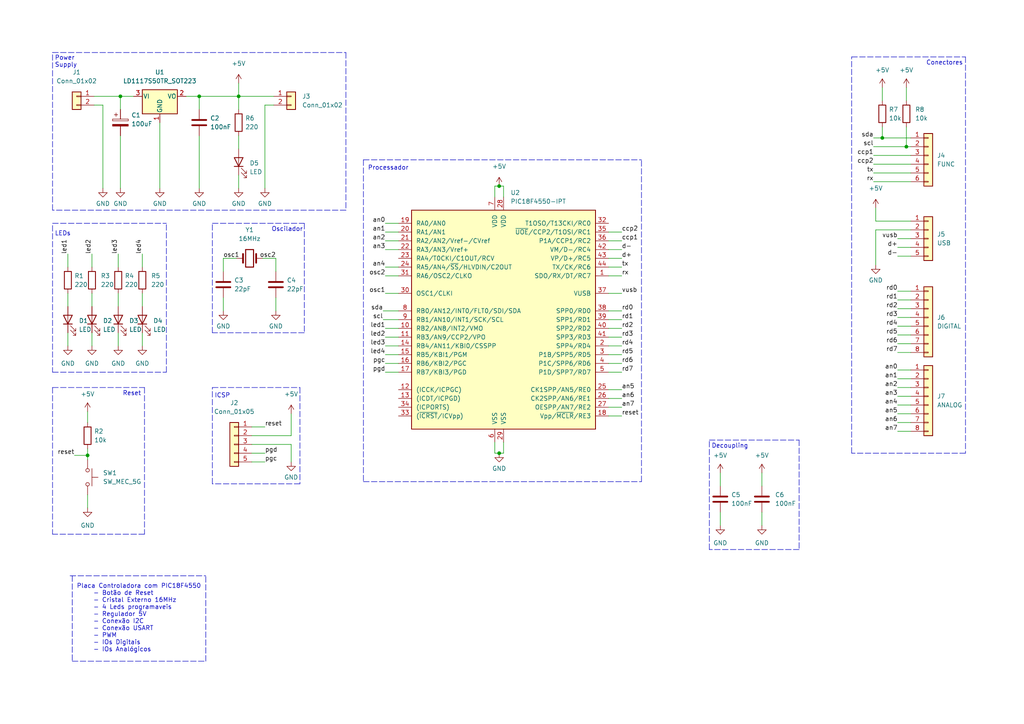
<source format=kicad_sch>
(kicad_sch (version 20211123) (generator eeschema)
  (paper "A4")
  (title_block (title "Placa Controladora Pic") (date "2022-05-06") (rev "0.0.1") (company "Bryden Corp") (comment 1 "Author: Eng. Tarcísio Souza de Melo"))
  (lib_symbols
    (symbol "Connector_Generic:Conn_01x02" (pin_names (offset 1.016) hide)
      (property "Reference" "J" (at 0 2.54 0))
      (property "Value" "Conn_01x02" (at 0 -5.08 0))
      (symbol "Conn_01x02_1_1"
        (rectangle (start -1.27 -2.413) (end 0 -2.667) (stroke (width 0.1524)))
        (rectangle (start -1.27 0.127) (end 0 -0.127) (stroke (width 0.1524)))
        (rectangle (start -1.27 1.27) (end 1.27 -3.81) (stroke (width 0.254)) (fill (type background)))
        (pin passive line (at -5.08 0 0) (length 3.81) (name "Pin_1") (number "1"))
        (pin passive line (at -5.08 -2.54 0) (length 3.81) (name "Pin_2") (number "2"))
      )
    )
    (symbol "Connector_Generic:Conn_01x05" (pin_names (offset 1.016) hide)
      (property "Reference" "J" (at 0 7.62 0))
      (property "Value" "Conn_01x05" (at 0 -7.62 0))
      (symbol "Conn_01x05_1_1"
        (rectangle (start -1.27 -4.953) (end 0 -5.207) (stroke (width 0.1524)))
        (rectangle (start -1.27 -2.413) (end 0 -2.667) (stroke (width 0.1524)))
        (rectangle (start -1.27 0.127) (end 0 -0.127) (stroke (width 0.1524)))
        (rectangle (start -1.27 2.667) (end 0 2.413) (stroke (width 0.1524)))
        (rectangle (start -1.27 5.207) (end 0 4.953) (stroke (width 0.1524)))
        (rectangle (start -1.27 6.35) (end 1.27 -6.35) (stroke (width 0.254)) (fill (type background)))
        (pin passive line (at -5.08 5.08 0) (length 3.81) (name "Pin_1") (number "1"))
        (pin passive line (at -5.08 2.54 0) (length 3.81) (name "Pin_2") (number "2"))
        (pin passive line (at -5.08 0 0) (length 3.81) (name "Pin_3") (number "3"))
        (pin passive line (at -5.08 -2.54 0) (length 3.81) (name "Pin_4") (number "4"))
        (pin passive line (at -5.08 -5.08 0) (length 3.81) (name "Pin_5") (number "5"))
      )
    )
    (symbol "Connector_Generic:Conn_01x06" (pin_names (offset 1.016) hide)
      (property "Reference" "J" (at 0 7.62 0))
      (property "Value" "Conn_01x06" (at 0 -10.16 0))
      (symbol "Conn_01x06_1_1"
        (rectangle (start -1.27 -7.493) (end 0 -7.747) (stroke (width 0.1524)))
        (rectangle (start -1.27 -4.953) (end 0 -5.207) (stroke (width 0.1524)))
        (rectangle (start -1.27 -2.413) (end 0 -2.667) (stroke (width 0.1524)))
        (rectangle (start -1.27 0.127) (end 0 -0.127) (stroke (width 0.1524)))
        (rectangle (start -1.27 2.667) (end 0 2.413) (stroke (width 0.1524)))
        (rectangle (start -1.27 5.207) (end 0 4.953) (stroke (width 0.1524)))
        (rectangle (start -1.27 6.35) (end 1.27 -8.89) (stroke (width 0.254)) (fill (type background)))
        (pin passive line (at -5.08 5.08 0) (length 3.81) (name "Pin_1") (number "1"))
        (pin passive line (at -5.08 2.54 0) (length 3.81) (name "Pin_2") (number "2"))
        (pin passive line (at -5.08 0 0) (length 3.81) (name "Pin_3") (number "3"))
        (pin passive line (at -5.08 -2.54 0) (length 3.81) (name "Pin_4") (number "4"))
        (pin passive line (at -5.08 -5.08 0) (length 3.81) (name "Pin_5") (number "5"))
        (pin passive line (at -5.08 -7.62 0) (length 3.81) (name "Pin_6") (number "6"))
      )
    )
    (symbol "Connector_Generic:Conn_01x08" (pin_names (offset 1.016) hide)
      (property "Reference" "J" (at 0 10.16 0))
      (property "Value" "Conn_01x08" (at 0 -12.7 0))
      (symbol "Conn_01x08_1_1"
        (rectangle (start -1.27 -10.033) (end 0 -10.287) (stroke (width 0.1524)))
        (rectangle (start -1.27 -7.493) (end 0 -7.747) (stroke (width 0.1524)))
        (rectangle (start -1.27 -4.953) (end 0 -5.207) (stroke (width 0.1524)))
        (rectangle (start -1.27 -2.413) (end 0 -2.667) (stroke (width 0.1524)))
        (rectangle (start -1.27 0.127) (end 0 -0.127) (stroke (width 0.1524)))
        (rectangle (start -1.27 2.667) (end 0 2.413) (stroke (width 0.1524)))
        (rectangle (start -1.27 5.207) (end 0 4.953) (stroke (width 0.1524)))
        (rectangle (start -1.27 7.747) (end 0 7.493) (stroke (width 0.1524)))
        (rectangle (start -1.27 8.89) (end 1.27 -11.43) (stroke (width 0.254)) (fill (type background)))
        (pin passive line (at -5.08 7.62 0) (length 3.81) (name "Pin_1") (number "1"))
        (pin passive line (at -5.08 5.08 0) (length 3.81) (name "Pin_2") (number "2"))
        (pin passive line (at -5.08 2.54 0) (length 3.81) (name "Pin_3") (number "3"))
        (pin passive line (at -5.08 0 0) (length 3.81) (name "Pin_4") (number "4"))
        (pin passive line (at -5.08 -2.54 0) (length 3.81) (name "Pin_5") (number "5"))
        (pin passive line (at -5.08 -5.08 0) (length 3.81) (name "Pin_6") (number "6"))
        (pin passive line (at -5.08 -7.62 0) (length 3.81) (name "Pin_7") (number "7"))
        (pin passive line (at -5.08 -10.16 0) (length 3.81) (name "Pin_8") (number "8"))
      )
    )
    (symbol "Device:C" (pin_numbers hide) (pin_names (offset 0.254))
      (property "Reference" "C" (at 0.635 2.54 0))
      (property "Value" "C" (at 0.635 -2.54 0))
      (symbol "C_0_1"
        (polyline (pts (xy -2.032 -0.762) (xy 2.032 -0.762)) (stroke (width 0.508)))
        (polyline (pts (xy -2.032 0.762) (xy 2.032 0.762)) (stroke (width 0.508)))
      )
      (symbol "C_1_1"
        (pin passive line (at 0 3.81 270) (length 2.794) (name "~") (number "1"))
        (pin passive line (at 0 -3.81 90) (length 2.794) (name "~") (number "2"))
      )
    )
    (symbol "Device:C_Polarized" (pin_numbers hide) (pin_names (offset 0.254))
      (property "Reference" "C" (at 0.635 2.54 0))
      (property "Value" "C_Polarized" (at 0.635 -2.54 0))
      (symbol "C_Polarized_0_1"
        (rectangle (start -2.286 0.508) (end 2.286 1.016))
        (polyline (pts (xy -1.778 2.286) (xy -0.762 2.286)))
        (polyline (pts (xy -1.27 2.794) (xy -1.27 1.778)))
        (rectangle (start 2.286 -0.508) (end -2.286 -1.016) (fill (type outline)))
      )
      (symbol "C_Polarized_1_1"
        (pin passive line (at 0 3.81 270) (length 2.794) (name "~") (number "1"))
        (pin passive line (at 0 -3.81 90) (length 2.794) (name "~") (number "2"))
      )
    )
    (symbol "Device:Crystal" (pin_numbers hide) (pin_names (offset 1.016) hide)
      (property "Reference" "Y" (at 0 3.81 0))
      (property "Value" "Crystal" (at 0 -3.81 0))
      (symbol "Crystal_0_1"
        (rectangle (start -1.143 2.54) (end 1.143 -2.54) (stroke (width 0.3048)))
        (polyline (pts (xy -2.54 0) (xy -1.905 0)))
        (polyline (pts (xy -1.905 -1.27) (xy -1.905 1.27)) (stroke (width 0.508)))
        (polyline (pts (xy 1.905 -1.27) (xy 1.905 1.27)) (stroke (width 0.508)))
        (polyline (pts (xy 2.54 0) (xy 1.905 0)))
      )
      (symbol "Crystal_1_1"
        (pin passive line (at -3.81 0 0) (length 1.27) (name "1") (number "1"))
        (pin passive line (at 3.81 0 180) (length 1.27) (name "2") (number "2"))
      )
    )
    (symbol "Device:LED" (pin_numbers hide) (pin_names (offset 1.016) hide)
      (property "Reference" "D" (at 0 2.54 0))
      (property "Value" "LED" (at 0 -2.54 0))
      (symbol "LED_0_1"
        (polyline (pts (xy -1.27 -1.27) (xy -1.27 1.27)) (stroke (width 0.254)))
        (polyline (pts (xy -1.27 0) (xy 1.27 0)))
        (polyline (pts (xy 1.27 -1.27) (xy 1.27 1.27) (xy -1.27 0) (xy 1.27 -1.27)) (stroke (width 0.254)))
        (polyline (pts (xy -3.048 -0.762) (xy -4.572 -2.286) (xy -3.81 -2.286) (xy -4.572 -2.286) (xy -4.572 -1.524)))
        (polyline (pts (xy -1.778 -0.762) (xy -3.302 -2.286) (xy -2.54 -2.286) (xy -3.302 -2.286) (xy -3.302 -1.524)))
      )
      (symbol "LED_1_1"
        (pin passive line (at -3.81 0 0) (length 2.54) (name "K") (number "1"))
        (pin passive line (at 3.81 0 180) (length 2.54) (name "A") (number "2"))
      )
    )
    (symbol "Device:R" (pin_numbers hide) (pin_names (offset 0))
      (property "Reference" "R" (at 2.032 0 90))
      (property "Value" "R" (at 0 0 90))
      (symbol "R_0_1"
        (rectangle (start -1.016 -2.54) (end 1.016 2.54) (stroke (width 0.254)))
      )
      (symbol "R_1_1"
        (pin passive line (at 0 3.81 270) (length 1.27) (name "~") (number "1"))
        (pin passive line (at 0 -3.81 90) (length 1.27) (name "~") (number "2"))
      )
    )
    (symbol "MCU_Microchip_PIC18:PIC18F4550-IPT" (pin_names (offset 1.27))
      (property "Reference" "U" (at -25.4 33.02 0))
      (property "Value" "PIC18F4550-IPT" (at 16.51 -33.02 0))
      (symbol "PIC18F4550-IPT_0_1"
        (rectangle (start -26.67 31.75) (end 26.67 -31.75) (stroke (width 0.254)) (fill (type background)))
      )
      (symbol "PIC18F4550-IPT_1_1"
        (pin bidirectional line (at 30.48 12.7 180) (length 3.81) (name "SDO/RX/DT/RC7") (number "1"))
        (pin bidirectional line (at -30.48 -2.54 0) (length 3.81) (name "RB2/AN8/INT2/VMO") (number "10"))
        (pin bidirectional line (at -30.48 -5.08 0) (length 3.81) (name "RB3/AN9/CCP2/VPO") (number "11"))
        (pin bidirectional line (at -30.48 -20.32 0) (length 3.81) (name "(ICCK/ICPGC)") (number "12"))
        (pin bidirectional line (at -30.48 -22.86 0) (length 3.81) (name "(ICDT/ICPGD)") (number "13"))
        (pin bidirectional line (at -30.48 -7.62 0) (length 3.81) (name "RB4/AN11/KBI0/CSSPP") (number "14"))
        (pin bidirectional line (at -30.48 -10.16 0) (length 3.81) (name "RB5/KBI1/PGM") (number "15"))
        (pin bidirectional line (at -30.48 -12.7 0) (length 3.81) (name "RB6/KBI2/PGC") (number "16"))
        (pin bidirectional line (at -30.48 -15.24 0) (length 3.81) (name "RB7/KBI3/PGD") (number "17"))
        (pin input line (at 30.48 -27.94 180) (length 3.81) (name "Vpp/~{MCLR}/RE3") (number "18"))
        (pin bidirectional line (at -30.48 27.94 0) (length 3.81) (name "RA0/AN0") (number "19"))
        (pin bidirectional line (at 30.48 -7.62 180) (length 3.81) (name "SPP4/RD4") (number "2"))
        (pin bidirectional line (at -30.48 25.4 0) (length 3.81) (name "RA1/AN1") (number "20"))
        (pin bidirectional line (at -30.48 22.86 0) (length 3.81) (name "RA2/AN2/Vref-/CVref") (number "21"))
        (pin bidirectional line (at -30.48 20.32 0) (length 3.81) (name "RA3/AN3/Vref+") (number "22"))
        (pin bidirectional line (at -30.48 17.78 0) (length 3.81) (name "RA4/T0CKI/C1OUT/RCV") (number "23"))
        (pin bidirectional line (at -30.48 15.24 0) (length 3.81) (name "RA5/AN4/~{SS}/HLVDIN/C2OUT") (number "24"))
        (pin bidirectional line (at 30.48 -20.32 180) (length 3.81) (name "CK1SPP/AN5/RE0") (number "25"))
        (pin bidirectional line (at 30.48 -22.86 180) (length 3.81) (name "CK2SPP/AN6/RE1") (number "26"))
        (pin bidirectional line (at 30.48 -25.4 180) (length 3.81) (name "OESPP/AN7/RE2") (number "27"))
        (pin power_in line (at 0 35.56 270) (length 3.81) (name "VDD") (number "28"))
        (pin power_in line (at 0 -35.56 90) (length 3.81) (name "VSS") (number "29"))
        (pin bidirectional line (at 30.48 -10.16 180) (length 3.81) (name "P1B/SPP5/RD5") (number "3"))
        (pin input line (at -30.48 7.62 0) (length 3.81) (name "OSC1/CLKI") (number "30"))
        (pin output line (at -30.48 12.7 0) (length 3.81) (name "RA6/OSC2/CLKO") (number "31"))
        (pin bidirectional line (at 30.48 27.94 180) (length 3.81) (name "T1OSO/T13CKI/RC0") (number "32"))
        (pin input line (at -30.48 -27.94 0) (length 3.81) (name "(~{ICRST}/ICVpp)") (number "33"))
        (pin bidirectional line (at -30.48 -25.4 0) (length 3.81) (name "(ICPORTS)") (number "34"))
        (pin bidirectional line (at 30.48 25.4 180) (length 3.81) (name "~{UOE}/CCP2/T1OSI/RC1") (number "35"))
        (pin bidirectional line (at 30.48 22.86 180) (length 3.81) (name "P1A/CCP1/RC2") (number "36"))
        (pin bidirectional line (at 30.48 7.62 180) (length 3.81) (name "VUSB") (number "37"))
        (pin bidirectional line (at 30.48 2.54 180) (length 3.81) (name "SPP0/RD0") (number "38"))
        (pin bidirectional line (at 30.48 0 180) (length 3.81) (name "SPP1/RD1") (number "39"))
        (pin bidirectional line (at 30.48 -12.7 180) (length 3.81) (name "P1C/SPP6/RD6") (number "4"))
        (pin bidirectional line (at 30.48 -2.54 180) (length 3.81) (name "SPP2/RD2") (number "40"))
        (pin bidirectional line (at 30.48 -5.08 180) (length 3.81) (name "SPP3/RD3") (number "41"))
        (pin bidirectional line (at 30.48 20.32 180) (length 3.81) (name "VM/D-/RC4") (number "42"))
        (pin bidirectional line (at 30.48 17.78 180) (length 3.81) (name "VP/D+/RC5") (number "43"))
        (pin bidirectional line (at 30.48 15.24 180) (length 3.81) (name "TX/CK/RC6") (number "44"))
        (pin bidirectional line (at 30.48 -15.24 180) (length 3.81) (name "P1D/SPP7/RD7") (number "5"))
        (pin power_in line (at -2.54 -35.56 90) (length 3.81) (name "VSS") (number "6"))
        (pin power_in line (at -2.54 35.56 270) (length 3.81) (name "VDD") (number "7"))
        (pin bidirectional line (at -30.48 2.54 0) (length 3.81) (name "RB0/AN12/INT0/FLT0/SDI/SDA") (number "8"))
        (pin bidirectional line (at -30.48 0 0) (length 3.81) (name "RB1/AN10/INT1/SCK/SCL") (number "9"))
      )
    )
    (symbol "Regulator_Linear:LD1117S50TR_SOT223" (pin_names (offset 0.254))
      (property "Reference" "U" (at -3.81 3.175 0))
      (property "Value" "LD1117S50TR_SOT223" (at 0 3.175 0))
      (symbol "LD1117S50TR_SOT223_0_1"
        (rectangle (start -5.08 -5.08) (end 5.08 1.905) (stroke (width 0.254)) (fill (type background)))
      )
      (symbol "LD1117S50TR_SOT223_1_1"
        (pin power_in line (at 0 -7.62 90) (length 2.54) (name "GND") (number "1"))
        (pin power_out line (at 7.62 0 180) (length 2.54) (name "VO") (number "2"))
        (pin power_in line (at -7.62 0 0) (length 2.54) (name "VI") (number "3"))
      )
    )
    (symbol "Switch:SW_MEC_5G" (pin_numbers hide) (pin_names (offset 1.016) hide)
      (property "Reference" "SW" (at 1.27 2.54 0))
      (property "Value" "SW_MEC_5G" (at 0 -1.524 0))
      (symbol "SW_MEC_5G_0_1"
        (circle (center -2.032 0) (radius 0.508))
        (polyline (pts (xy 0 1.27) (xy 0 3.048)))
        (polyline (pts (xy 2.54 1.27) (xy -2.54 1.27)))
        (circle (center 2.032 0) (radius 0.508))
        (pin passive line (at -5.08 0 0) (length 2.54) (name "A") (number "1"))
        (pin passive line (at 5.08 0 180) (length 2.54) (name "B") (number "3"))
      )
      (symbol "SW_MEC_5G_1_1"
        (pin passive line (at -5.08 0 0) (length 2.54) hide (name "A") (number "2"))
        (pin passive line (at 5.08 0 180) (length 2.54) hide (name "B") (number "4"))
      )
    )
    (symbol "power:+5V" (power) (pin_names (offset 0))
      (property "Value" "+5V" (at 0 3.556 0))
      (symbol "+5V_0_1"
        (polyline (pts (xy -0.762 1.27) (xy 0 2.54)))
        (polyline (pts (xy 0 0) (xy 0 2.54)))
        (polyline (pts (xy 0 2.54) (xy 0.762 1.27)))
      )
      (symbol "+5V_1_1"
        (pin power_in line (at 0 0 90) (length 0) hide (name "+5V") (number "1"))
      )
    )
    (symbol "power:GND" (power) (pin_names (offset 0))
      (property "Value" "GND" (at 0 -3.81 0))
      (symbol "GND_0_1"
        (polyline (pts (xy 0 0) (xy 0 -1.27) (xy 1.27 -1.27) (xy 0 -2.54) (xy -1.27 -1.27) (xy 0 -1.27)))
      )
      (symbol "GND_1_1"
        (pin power_in line (at 0 0 270) (length 0) hide (name "GND") (number "1"))
      )
    )
  )
  (junction (at 262.89 42.545))
  (junction (at 144.78 131.445))
  (junction (at 144.78 53.975))
  (junction (at 69.215 27.94))
  (junction (at 34.925 27.94))
  (junction (at 255.905 40.005))
  (junction (at 57.785 27.94))
  (junction (at 25.4 132.08))
  (wire (pts (xy 73.025 133.985) (xy 76.835 133.985)))
  (polyline (pts (xy 41.91 154.94) (xy 15.24 154.94)))
  (wire (pts (xy 176.53 97.79) (xy 180.34 97.79)))
  (wire (pts (xy 25.4 132.08) (xy 25.4 133.35)))
  (wire (pts (xy 253.365 42.545) (xy 262.89 42.545)))
  (wire (pts (xy 144.78 53.975) (xy 146.05 53.975)))
  (wire (pts (xy 26.67 73.66) (xy 26.67 77.47)))
  (wire (pts (xy 262.89 25.4) (xy 262.89 29.21)))
  (wire (pts (xy 254 64.135) (xy 264.16 64.135)))
  (wire (pts (xy 57.785 39.37) (xy 57.785 54.61)))
  (wire (pts (xy 260.35 71.755) (xy 264.16 71.755)))
  (wire (pts (xy 73.025 131.445) (xy 76.835 131.445)))
  (wire (pts (xy 176.53 90.17) (xy 180.34 90.17)))
  (polyline (pts (xy 15.24 112.395) (xy 41.91 112.395)))
  (wire (pts (xy 176.53 102.87) (xy 180.34 102.87)))
  (wire (pts (xy 69.215 27.94) (xy 57.785 27.94)))
  (wire (pts (xy 25.4 119.38) (xy 25.4 122.555)))
  (wire (pts (xy 34.29 85.09) (xy 34.29 88.9)))
  (polyline (pts (xy 15.24 15.24) (xy 100.33 15.24)))
  (polyline (pts (xy 231.775 159.385) (xy 205.74 159.385)))
  (wire (pts (xy 111.76 95.25) (xy 115.57 95.25)))
  (wire (pts (xy 208.915 148.59) (xy 208.915 152.4)))
  (wire (pts (xy 34.29 96.52) (xy 34.29 100.33)))
  (polyline (pts (xy 41.91 112.395) (xy 41.91 154.94)))
  (wire (pts (xy 144.78 53.975) (xy 143.51 53.975)))
  (wire (pts (xy 208.915 137.16) (xy 208.915 140.97)))
  (polyline (pts (xy 105.41 46.355) (xy 186.055 46.355)))
  (wire (pts (xy 46.355 35.56) (xy 46.355 54.61)))
  (wire (pts (xy 111.76 64.77) (xy 115.57 64.77)))
  (wire (pts (xy 21.59 132.08) (xy 25.4 132.08)))
  (wire (pts (xy 111.125 90.17) (xy 115.57 90.17)))
  (wire (pts (xy 111.76 97.79) (xy 115.57 97.79)))
  (wire (pts (xy 29.845 30.48) (xy 27.305 30.48)))
  (wire (pts (xy 111.76 77.47) (xy 115.57 77.47)))
  (wire (pts (xy 25.4 130.175) (xy 25.4 132.08)))
  (wire (pts (xy 19.685 85.09) (xy 19.685 88.9)))
  (wire (pts (xy 146.05 53.975) (xy 146.05 57.15)))
  (wire (pts (xy 73.025 123.825) (xy 76.835 123.825)))
  (wire (pts (xy 176.53 92.71) (xy 180.34 92.71)))
  (wire (pts (xy 255.905 25.4) (xy 255.905 29.21)))
  (wire (pts (xy 262.89 36.83) (xy 262.89 42.545)))
  (wire (pts (xy 260.35 122.555) (xy 264.16 122.555)))
  (wire (pts (xy 260.35 107.315) (xy 264.16 107.315)))
  (wire (pts (xy 255.905 40.005) (xy 264.16 40.005)))
  (wire (pts (xy 41.275 96.52) (xy 41.275 100.33)))
  (wire (pts (xy 19.685 73.66) (xy 19.685 77.47)))
  (polyline (pts (xy 15.24 107.95) (xy 48.26 107.95)))
  (polyline (pts (xy 86.995 140.335) (xy 61.595 140.335)))
  (wire (pts (xy 111.76 72.39) (xy 115.57 72.39)))
  (wire (pts (xy 53.975 27.94) (xy 57.785 27.94)))
  (polyline (pts (xy 61.595 140.335) (xy 61.595 112.395)))
  (wire (pts (xy 254 76.835) (xy 254 66.675)))
  (wire (pts (xy 262.89 42.545) (xy 264.16 42.545)))
  (wire (pts (xy 27.305 27.94) (xy 34.925 27.94)))
  (wire (pts (xy 176.53 105.41) (xy 180.34 105.41)))
  (wire (pts (xy 176.53 77.47) (xy 180.34 77.47)))
  (polyline (pts (xy 61.595 112.395) (xy 86.995 112.395)))
  (wire (pts (xy 253.365 47.625) (xy 264.16 47.625)))
  (polyline (pts (xy 105.41 139.7) (xy 186.055 139.7)))
  (wire (pts (xy 260.35 84.455) (xy 264.16 84.455)))
  (wire (pts (xy 76.2 74.93) (xy 80.01 74.93)))
  (wire (pts (xy 64.77 86.36) (xy 64.77 90.17)))
  (wire (pts (xy 260.35 114.935) (xy 264.16 114.935)))
  (wire (pts (xy 84.455 120.015) (xy 84.455 126.365)))
  (wire (pts (xy 84.455 128.905) (xy 73.025 128.905)))
  (wire (pts (xy 260.35 125.095) (xy 264.16 125.095)))
  (polyline (pts (xy 100.33 60.96) (xy 15.24 60.96)))
  (wire (pts (xy 253.365 45.085) (xy 264.16 45.085)))
  (polyline (pts (xy 247.015 131.445) (xy 247.015 16.51)))
  (wire (pts (xy 111.76 105.41) (xy 115.57 105.41)))
  (wire (pts (xy 254 66.675) (xy 264.16 66.675)))
  (wire (pts (xy 260.35 117.475) (xy 264.16 117.475)))
  (polyline (pts (xy 100.33 15.24) (xy 100.33 60.96)))
  (wire (pts (xy 260.35 97.155) (xy 264.16 97.155)))
  (polyline (pts (xy 15.24 65.405) (xy 15.24 107.95)))
  (wire (pts (xy 34.925 27.94) (xy 34.925 31.75)))
  (wire (pts (xy 76.835 54.61) (xy 76.835 30.48)))
  (wire (pts (xy 111.76 102.87) (xy 115.57 102.87)))
  (wire (pts (xy 26.67 85.09) (xy 26.67 88.9)))
  (wire (pts (xy 260.35 102.235) (xy 264.16 102.235)))
  (wire (pts (xy 111.125 92.71) (xy 115.57 92.71)))
  (polyline (pts (xy 61.595 96.52) (xy 61.595 64.77)))
  (wire (pts (xy 64.77 78.74) (xy 64.77 74.93)))
  (wire (pts (xy 260.35 69.215) (xy 264.16 69.215)))
  (wire (pts (xy 80.01 86.36) (xy 80.01 90.17)))
  (wire (pts (xy 25.4 143.51) (xy 25.4 147.32)))
  (wire (pts (xy 19.685 96.52) (xy 19.685 100.33)))
  (wire (pts (xy 69.215 39.37) (xy 69.215 43.18)))
  (wire (pts (xy 76.835 30.48) (xy 79.375 30.48)))
  (wire (pts (xy 254 60.325) (xy 254 64.135)))
  (wire (pts (xy 111.76 100.33) (xy 115.57 100.33)))
  (wire (pts (xy 80.01 74.93) (xy 80.01 78.74)))
  (wire (pts (xy 57.785 27.94) (xy 57.785 31.75)))
  (wire (pts (xy 176.53 74.93) (xy 180.34 74.93)))
  (wire (pts (xy 41.275 85.09) (xy 41.275 88.9)))
  (wire (pts (xy 176.53 120.65) (xy 180.34 120.65)))
  (wire (pts (xy 260.35 86.995) (xy 264.16 86.995)))
  (polyline (pts (xy 61.595 64.77) (xy 88.265 64.77)))
  (wire (pts (xy 111.76 80.01) (xy 115.57 80.01)))
  (wire (pts (xy 146.05 131.445) (xy 146.05 128.27)))
  (wire (pts (xy 111.76 69.85) (xy 115.57 69.85)))
  (wire (pts (xy 69.215 50.8) (xy 69.215 54.61)))
  (wire (pts (xy 176.53 72.39) (xy 180.34 72.39)))
  (wire (pts (xy 84.455 126.365) (xy 73.025 126.365)))
  (wire (pts (xy 143.51 131.445) (xy 143.51 128.27)))
  (wire (pts (xy 41.275 73.66) (xy 41.275 77.47)))
  (wire (pts (xy 34.29 73.66) (xy 34.29 77.47)))
  (polyline (pts (xy 20.32 167.005) (xy 59.69 167.005)))
  (wire (pts (xy 26.67 96.52) (xy 26.67 100.33)))
  (polyline (pts (xy 48.26 107.95) (xy 48.26 64.77)))
  (wire (pts (xy 253.365 52.705) (xy 264.16 52.705)))
  (wire (pts (xy 220.98 137.16) (xy 220.98 140.97)))
  (polyline (pts (xy 59.69 191.77) (xy 59.69 167.005)))
  (wire (pts (xy 260.35 92.075) (xy 264.16 92.075)))
  (wire (pts (xy 29.845 54.61) (xy 29.845 30.48)))
  (wire (pts (xy 176.53 107.95) (xy 180.34 107.95)))
  (wire (pts (xy 176.53 80.01) (xy 180.34 80.01)))
  (wire (pts (xy 144.78 131.445) (xy 146.05 131.445)))
  (wire (pts (xy 84.455 133.985) (xy 84.455 128.905)))
  (polyline (pts (xy 15.24 112.395) (xy 15.24 154.94)))
  (polyline (pts (xy 280.035 16.51) (xy 280.035 131.445)))
  (wire (pts (xy 260.35 120.015) (xy 264.16 120.015)))
  (wire (pts (xy 176.53 67.31) (xy 180.34 67.31)))
  (wire (pts (xy 176.53 69.85) (xy 180.34 69.85)))
  (polyline (pts (xy 231.775 127.635) (xy 231.775 159.385)))
  (polyline (pts (xy 186.055 139.7) (xy 186.055 46.355)))
  (wire (pts (xy 253.365 50.165) (xy 264.16 50.165)))
  (wire (pts (xy 111.76 107.95) (xy 115.57 107.95)))
  (wire (pts (xy 176.53 115.57) (xy 180.34 115.57)))
  (wire (pts (xy 260.35 99.695) (xy 264.16 99.695)))
  (wire (pts (xy 260.35 89.535) (xy 264.16 89.535)))
  (polyline (pts (xy 88.265 64.77) (xy 88.265 96.52)))
  (wire (pts (xy 260.35 109.855) (xy 264.16 109.855)))
  (wire (pts (xy 143.51 53.975) (xy 143.51 57.15)))
  (wire (pts (xy 69.215 31.75) (xy 69.215 27.94)))
  (wire (pts (xy 176.53 85.09) (xy 180.34 85.09)))
  (wire (pts (xy 260.35 112.395) (xy 264.16 112.395)))
  (wire (pts (xy 34.925 39.37) (xy 34.925 54.61)))
  (polyline (pts (xy 86.995 112.395) (xy 86.995 140.335)))
  (wire (pts (xy 176.53 100.33) (xy 180.34 100.33)))
  (wire (pts (xy 144.78 131.445) (xy 143.51 131.445)))
  (wire (pts (xy 176.53 113.03) (xy 180.34 113.03)))
  (polyline (pts (xy 88.265 96.52) (xy 61.595 96.52)))
  (polyline (pts (xy 15.24 64.77) (xy 48.26 64.77)))
  (wire (pts (xy 69.215 24.13) (xy 69.215 27.94)))
  (wire (pts (xy 220.98 148.59) (xy 220.98 152.4)))
  (polyline (pts (xy 205.74 127.635) (xy 231.775 127.635)))
  (polyline (pts (xy 20.955 167.005) (xy 20.955 191.77)))
  (wire (pts (xy 111.76 67.31) (xy 115.57 67.31)))
  (wire (pts (xy 253.365 40.005) (xy 255.905 40.005)))
  (wire (pts (xy 111.76 85.09) (xy 115.57 85.09)))
  (wire (pts (xy 176.53 95.25) (xy 180.34 95.25)))
  (wire (pts (xy 69.215 27.94) (xy 79.375 27.94)))
  (wire (pts (xy 176.53 118.11) (xy 180.34 118.11)))
  (polyline (pts (xy 15.24 60.96) (xy 15.24 15.24)))
  (wire (pts (xy 260.35 74.295) (xy 264.16 74.295)))
  (polyline (pts (xy 205.74 159.385) (xy 205.74 127.635)))
  (polyline (pts (xy 280.035 131.445) (xy 247.015 131.445)))
  (wire (pts (xy 38.735 27.94) (xy 34.925 27.94)))
  (wire (pts (xy 255.905 36.83) (xy 255.905 40.005)))
  (wire (pts (xy 260.35 94.615) (xy 264.16 94.615)))
  (polyline (pts (xy 247.015 16.51) (xy 280.035 16.51)))
  (polyline (pts (xy 105.41 46.355) (xy 105.41 139.7)))
  (polyline (pts (xy 20.955 191.77) (xy 59.69 191.77)))
  (wire (pts (xy 64.77 74.93) (xy 68.58 74.93)))
  (text "ICSP" (at 62.23 115.57 0) (effects (font (size 1.27 1.27)) (justify left bottom)))
  (text "Oscilador" (at 78.74 67.31 0) (effects (font (size 1.27 1.27)) (justify left bottom)))
  (text "Processador" (at 106.68 49.53 0) (effects (font (size 1.27 1.27)) (justify left bottom)))
  (text "Power\nSupply" (at 15.875 19.685 0) (effects (font (size 1.27 1.27)) (justify left bottom)))
  (text "Conectores" (at 268.605 19.05 0) (effects (font (size 1.27 1.27)) (justify left bottom)))
  (text "Decoupling" (at 206.375 130.175 0) (effects (font (size 1.27 1.27)) (justify left bottom)))
  (text "LEDs" (at 15.875 68.58 0) (effects (font (size 1.27 1.27)) (justify left bottom)))
  (text "Placa Controladora com PIC18F4550\n	- Botão de Reset\n	- Cristal Externo 16MHz\n	- 4 Leds programaveis\n	- Regulador 5V\n	- Conexão I2C\n	- Conexão USART\n	- PWM\n	- IOs Digitais \n	- IOs Analógicos" (at 22.225 189.23 0) (effects (font (size 1.27 1.27)) (justify left bottom)))
  (text "Reset" (at 35.56 114.935 0) (effects (font (size 1.27 1.27)) (justify left bottom)))
  (label "d-" (at 260.35 74.295 180))
  (label "rd1" (at 260.35 86.995 180))
  (label "an2" (at 260.35 112.395 180))
  (label "an5" (at 180.34 113.03 0))
  (label "osc1" (at 64.77 74.93 0))
  (label "sda" (at 253.365 40.005 180))
  (label "an7" (at 180.34 118.11 0))
  (label "ccp2" (at 253.365 47.625 180))
  (label "vusb" (at 180.34 85.09 0))
  (label "led2" (at 26.67 73.66 90))
  (label "an6" (at 260.35 122.555 180))
  (label "an7" (at 260.35 125.095 180))
  (label "led4" (at 41.275 73.66 90))
  (label "an0" (at 260.35 107.315 180))
  (label "an4" (at 260.35 117.475 180))
  (label "rd1" (at 180.34 92.71 0))
  (label "sda" (at 111.125 90.17 180))
  (label "d+" (at 180.34 74.93 0))
  (label "rd5" (at 260.35 97.155 180))
  (label "tx" (at 180.34 77.47 0))
  (label "reset" (at 21.59 132.08 180))
  (label "scl" (at 111.125 92.71 180))
  (label "led3" (at 34.29 73.66 90))
  (label "ccp1" (at 180.34 69.85 0))
  (label "an0" (at 111.76 64.77 180))
  (label "led4" (at 111.76 102.87 180))
  (label "rd4" (at 180.34 100.33 0))
  (label "d-" (at 180.34 72.39 0))
  (label "pgd" (at 111.76 107.95 180))
  (label "tx" (at 253.365 50.165 180))
  (label "rd3" (at 180.34 97.79 0))
  (label "an3" (at 111.76 72.39 180))
  (label "an1" (at 260.35 109.855 180))
  (label "pgc" (at 111.76 105.41 180))
  (label "rd4" (at 260.35 94.615 180))
  (label "rd2" (at 180.34 95.25 0))
  (label "rd2" (at 260.35 89.535 180))
  (label "pgd" (at 76.835 131.445 0))
  (label "osc1" (at 111.76 85.09 180))
  (label "rd0" (at 260.35 84.455 180))
  (label "led2" (at 111.76 97.79 180))
  (label "ccp1" (at 253.365 45.085 180))
  (label "rx" (at 180.34 80.01 0))
  (label "rd6" (at 180.34 105.41 0))
  (label "ccp2" (at 180.34 67.31 0))
  (label "an3" (at 260.35 114.935 180))
  (label "an2" (at 111.76 69.85 180))
  (label "osc2" (at 80.01 74.93 180))
  (label "rd7" (at 260.35 102.235 180))
  (label "scl" (at 253.365 42.545 180))
  (label "d+" (at 260.35 71.755 180))
  (label "led1" (at 111.76 95.25 180))
  (label "rd7" (at 180.34 107.95 0))
  (label "an6" (at 180.34 115.57 0))
  (label "reset" (at 76.835 123.825 0))
  (label "rx" (at 253.365 52.705 180))
  (label "osc2" (at 111.76 80.01 180))
  (label "reset" (at 180.34 120.65 0))
  (label "an4" (at 111.76 77.47 180))
  (label "led1" (at 19.685 73.66 90))
  (label "rd3" (at 260.35 92.075 180))
  (label "rd6" (at 260.35 99.695 180))
  (label "rd0" (at 180.34 90.17 0))
  (label "rd5" (at 180.34 102.87 0))
  (label "an1" (at 111.76 67.31 180))
  (label "vusb" (at 260.35 69.215 180))
  (label "an5" (at 260.35 120.015 180))
  (label "led3" (at 111.76 100.33 180))
  (label "pgc" (at 76.835 133.985 0))
  (symbol (lib_id "power:GND") (at 76.835 54.61 0) (unit 1)
    (property "Reference" "#PWR014" (effects hide))
    (property "Value" "GND" (at 76.835 59.055 0))
  )
  (symbol (lib_id "Device:R") (at 26.67 81.28 0) (unit 1)
    (property "Reference" "R3" (at 29.21 80.0099 0) (effects (justify left)))
    (property "Value" "220" (at 29.21 82.5499 0) (effects (justify left)))
    (property "Footprint" "Resistor_SMD:R_0805_2012Metric" (effects hide))
  )
  (symbol (lib_id "power:GND") (at 25.4 147.32 0) (unit 1)
    (property "Reference" "#PWR03" (effects hide))
    (property "Value" "GND" (at 25.4 152.4 0))
  )
  (symbol (lib_id "Device:R") (at 25.4 126.365 0) (unit 1)
    (property "Reference" "R2" (at 27.305 125.0949 0) (effects (justify left)))
    (property "Value" "10k" (at 27.305 127.6349 0) (effects (justify left)))
    (property "Footprint" "Resistor_SMD:R_0805_2012Metric" (effects hide))
  )
  (symbol (lib_id "power:GND") (at 46.355 54.61 0) (unit 1)
    (property "Reference" "#PWR09" (effects hide))
    (property "Value" "GND" (at 46.355 59.055 0))
  )
  (symbol (lib_id "power:GND") (at 254 76.835 0) (unit 1)
    (property "Reference" "#PWR025" (effects hide))
    (property "Value" "GND" (at 254 81.28 0))
  )
  (symbol (lib_id "Connector_Generic:Conn_01x06") (at 269.24 45.085 0) (unit 1)
    (property "Reference" "J4" (at 271.78 45.0849 0) (effects (justify left)))
    (property "Value" "FUNC" (at 271.78 47.6249 0) (effects (justify left)))
    (property "Footprint" "Connector_PinHeader_2.54mm:PinHeader_1x06_P2.54mm_Vertical" (effects hide))
  )
  (symbol (lib_id "power:GND") (at 29.845 54.61 0) (unit 1)
    (property "Reference" "#PWR05" (effects hide))
    (property "Value" "GND" (at 29.845 59.055 0))
  )
  (symbol (lib_id "power:+5V") (at 25.4 119.38 0) (unit 1)
    (property "Reference" "#PWR02" (effects hide))
    (property "Value" "+5V" (at 25.4 114.3 0))
  )
  (symbol (lib_id "power:GND") (at 57.785 54.61 0) (unit 1)
    (property "Reference" "#PWR010" (effects hide))
    (property "Value" "GND" (at 57.785 59.055 0))
  )
  (symbol (lib_id "power:GND") (at 80.01 90.17 0) (unit 1)
    (property "Reference" "#PWR015" (effects hide))
    (property "Value" "GND" (at 80.01 94.615 0))
  )
  (symbol (lib_id "Device:C") (at 220.98 144.78 0) (unit 1)
    (property "Reference" "C6" (at 224.79 143.5099 0) (effects (justify left)))
    (property "Value" "100nF" (at 224.79 146.0499 0) (effects (justify left)))
    (property "Footprint" "Capacitor_SMD:C_0805_2012Metric" (effects hide))
  )
  (symbol (lib_id "power:+5V") (at 144.78 53.975 0) (unit 1)
    (property "Reference" "#PWR018" (effects hide))
    (property "Value" "+5V" (at 144.78 48.26 0))
  )
  (symbol (lib_id "Device:C_Polarized") (at 34.925 35.56 0) (unit 1)
    (property "Reference" "C1" (at 38.1 33.4009 0) (effects (justify left)))
    (property "Value" "100uF" (at 38.1 35.9409 0) (effects (justify left)))
    (property "Footprint" "Capacitor_SMD:CP_Elec_6.3x7.7" (effects hide))
  )
  (symbol (lib_id "Device:C") (at 57.785 35.56 0) (unit 1)
    (property "Reference" "C2" (at 60.96 34.2899 0) (effects (justify left)))
    (property "Value" "100nF" (at 60.96 36.8299 0) (effects (justify left)))
    (property "Footprint" "Capacitor_SMD:C_0805_2012Metric" (effects hide))
  )
  (symbol (lib_id "Device:C") (at 80.01 82.55 0) (unit 1)
    (property "Reference" "C4" (at 83.185 81.2799 0) (effects (justify left)))
    (property "Value" "22pF" (at 83.185 83.8199 0) (effects (justify left)))
    (property "Footprint" "Capacitor_SMD:C_0805_2012Metric" (effects hide))
  )
  (symbol (lib_id "power:+5V") (at 254 60.325 0) (unit 1)
    (property "Reference" "#PWR024" (effects hide))
    (property "Value" "+5V" (at 254 54.61 0))
  )
  (symbol (lib_id "power:+5V") (at 208.915 137.16 0) (unit 1)
    (property "Reference" "#PWR020" (effects hide))
    (property "Value" "+5V" (at 208.915 132.08 0))
  )
  (symbol (lib_id "power:GND") (at 26.67 100.33 0) (unit 1)
    (property "Reference" "#PWR04" (effects hide))
    (property "Value" "GND" (at 26.67 105.41 0))
  )
  (symbol (lib_id "power:GND") (at 19.685 100.33 0) (unit 1)
    (property "Reference" "#PWR01" (effects hide))
    (property "Value" "GND" (at 19.685 105.41 0))
  )
  (symbol (lib_id "Device:R") (at 69.215 35.56 0) (unit 1)
    (property "Reference" "R6" (at 71.12 34.2899 0) (effects (justify left)))
    (property "Value" "220" (at 71.12 36.8299 0) (effects (justify left)))
    (property "Footprint" "Resistor_SMD:R_0805_2012Metric" (effects hide))
  )
  (symbol (lib_id "power:GND") (at 69.215 54.61 0) (unit 1)
    (property "Reference" "#PWR013" (effects hide))
    (property "Value" "GND" (at 69.215 59.055 0))
  )
  (symbol (lib_id "Switch:SW_MEC_5G") (at 25.4 138.43 270) (unit 1)
    (property "Reference" "SW1" (at 29.845 137.1599 90) (effects (justify left)))
    (property "Value" "SW_MEC_5G" (at 29.845 139.6999 90) (effects (justify left)))
    (property "Footprint" "Button_Switch_THT:SW_PUSH_6mm_H4.3mm" (effects hide))
    (property "Datasheet" "http://www.apem.com/int/index.php?controller=attachment&id_attachment=488" (effects hide))
  )
  (symbol (lib_id "power:GND") (at 64.77 90.17 0) (unit 1)
    (property "Reference" "#PWR011" (effects hide))
    (property "Value" "GND" (at 64.77 94.615 0))
  )
  (symbol (lib_id "Connector_Generic:Conn_01x05") (at 269.24 69.215 0) (unit 1)
    (property "Reference" "J5" (at 271.78 67.9449 0) (effects (justify left)))
    (property "Value" "USB" (at 271.78 70.4849 0) (effects (justify left)))
    (property "Footprint" "Connector_PinHeader_2.54mm:PinHeader_1x05_P2.54mm_Vertical" (effects hide))
  )
  (symbol (lib_id "power:GND") (at 144.78 131.445 0) (unit 1)
    (property "Reference" "#PWR019" (effects hide))
    (property "Value" "GND" (at 144.78 135.89 0))
  )
  (symbol (lib_id "power:+5V") (at 69.215 24.13 0) (unit 1)
    (property "Reference" "#PWR012" (effects hide))
    (property "Value" "+5V" (at 69.215 18.415 0))
  )
  (symbol (lib_id "Device:LED") (at 34.29 92.71 90) (unit 1)
    (property "Reference" "D3" (at 37.465 93.0274 90) (effects (justify right)))
    (property "Value" "LED" (at 37.465 95.5674 90) (effects (justify right)))
    (property "Footprint" "LED_SMD:LED_0805_2012Metric" (effects hide))
  )
  (symbol (lib_id "Connector_Generic:Conn_01x08") (at 269.24 114.935 0) (unit 1)
    (property "Reference" "J7" (at 271.78 114.9349 0) (effects (justify left)))
    (property "Value" "ANALOG" (at 271.78 117.4749 0) (effects (justify left)))
    (property "Footprint" "Connector_PinHeader_2.54mm:PinHeader_1x08_P2.54mm_Vertical" (effects hide))
  )
  (symbol (lib_id "Device:R") (at 262.89 33.02 0) (unit 1)
    (property "Reference" "R8" (at 265.43 31.7499 0) (effects (justify left)))
    (property "Value" "10k" (at 265.43 34.2899 0) (effects (justify left)))
    (property "Footprint" "Resistor_SMD:R_0805_2012Metric" (effects hide))
  )
  (symbol (lib_id "Device:LED") (at 69.215 46.99 90) (unit 1)
    (property "Reference" "D5" (at 72.39 47.3074 90) (effects (justify right)))
    (property "Value" "LED" (at 72.39 49.8474 90) (effects (justify right)))
    (property "Footprint" "LED_SMD:LED_0805_2012Metric" (effects hide))
  )
  (symbol (lib_id "power:+5V") (at 255.905 25.4 0) (unit 1)
    (property "Reference" "#PWR026" (effects hide))
    (property "Value" "+5V" (at 255.905 20.32 0))
  )
  (symbol (lib_id "power:+5V") (at 262.89 25.4 0) (unit 1)
    (property "Reference" "#PWR027" (effects hide))
    (property "Value" "+5V" (at 262.89 20.32 0))
  )
  (symbol (lib_id "Device:LED") (at 26.67 92.71 90) (unit 1)
    (property "Reference" "D2" (at 29.845 93.0274 90) (effects (justify right)))
    (property "Value" "LED" (at 29.845 95.5674 90) (effects (justify right)))
    (property "Footprint" "LED_SMD:LED_0805_2012Metric" (effects hide))
  )
  (symbol (lib_id "Connector_Generic:Conn_01x08") (at 269.24 92.075 0) (unit 1)
    (property "Reference" "J6" (at 271.78 92.0749 0) (effects (justify left)))
    (property "Value" "DIGITAL" (at 271.78 94.6149 0) (effects (justify left)))
    (property "Footprint" "Connector_PinHeader_2.54mm:PinHeader_1x08_P2.54mm_Vertical" (effects hide))
  )
  (symbol (lib_id "Device:LED") (at 19.685 92.71 90) (unit 1)
    (property "Reference" "D1" (at 22.86 93.0274 90) (effects (justify right)))
    (property "Value" "LED" (at 22.86 95.5674 90) (effects (justify right)))
    (property "Footprint" "LED_SMD:LED_0805_2012Metric" (effects hide))
  )
  (symbol (lib_id "power:GND") (at 34.29 100.33 0) (unit 1)
    (property "Reference" "#PWR06" (effects hide))
    (property "Value" "GND" (at 34.29 105.41 0))
  )
  (symbol (lib_id "Device:Crystal") (at 72.39 74.93 0) (unit 1)
    (property "Reference" "Y1" (at 72.39 66.675 0))
    (property "Value" "16MHz" (at 72.39 69.215 0))
    (property "Footprint" "Crystal:Crystal_HC18-U_Vertical" (effects hide))
  )
  (symbol (lib_id "Device:C") (at 208.915 144.78 0) (unit 1)
    (property "Reference" "C5" (at 212.09 143.5099 0) (effects (justify left)))
    (property "Value" "100nF" (at 212.09 146.0499 0) (effects (justify left)))
    (property "Footprint" "Capacitor_SMD:C_0805_2012Metric" (effects hide))
  )
  (symbol (lib_id "Device:R") (at 41.275 81.28 0) (unit 1)
    (property "Reference" "R5" (at 43.815 80.0099 0) (effects (justify left)))
    (property "Value" "220" (at 43.815 82.5499 0) (effects (justify left)))
    (property "Footprint" "Resistor_SMD:R_0805_2012Metric" (effects hide))
  )
  (symbol (lib_id "power:+5V") (at 220.98 137.16 0) (unit 1)
    (property "Reference" "#PWR022" (effects hide))
    (property "Value" "+5V" (at 220.98 132.08 0))
  )
  (symbol (lib_id "Device:C") (at 64.77 82.55 0) (unit 1)
    (property "Reference" "C3" (at 67.945 81.2799 0) (effects (justify left)))
    (property "Value" "22pF" (at 67.945 83.8199 0) (effects (justify left)))
    (property "Footprint" "Capacitor_SMD:C_0805_2012Metric" (effects hide))
  )
  (symbol (lib_id "Connector_Generic:Conn_01x02") (at 22.225 27.94 0) (mirror y) (unit 1)
    (property "Reference" "J1" (at 22.225 20.955 0))
    (property "Value" "Conn_01x02" (at 22.225 23.495 0))
    (property "Footprint" "Connector_PinHeader_2.54mm:PinHeader_1x02_P2.54mm_Vertical" (effects hide))
  )
  (symbol (lib_id "Device:R") (at 19.685 81.28 0) (unit 1)
    (property "Reference" "R1" (at 21.59 80.0099 0) (effects (justify left)))
    (property "Value" "220" (at 21.59 82.5499 0) (effects (justify left)))
    (property "Footprint" "Resistor_SMD:R_0805_2012Metric" (effects hide))
  )
  (symbol (lib_id "Device:R") (at 255.905 33.02 0) (unit 1)
    (property "Reference" "R7" (at 257.81 31.7499 0) (effects (justify left)))
    (property "Value" "10k" (at 257.81 34.2899 0) (effects (justify left)))
    (property "Footprint" "Resistor_SMD:R_0805_2012Metric" (effects hide))
  )
  (symbol (lib_id "Connector_Generic:Conn_01x05") (at 67.945 128.905 0) (mirror y) (unit 1)
    (property "Reference" "J2" (at 67.945 116.84 0))
    (property "Value" "Conn_01x05" (at 67.945 119.38 0))
    (property "Footprint" "Connector_PinHeader_2.54mm:PinHeader_1x05_P2.54mm_Vertical" (effects hide))
  )
  (symbol (lib_id "power:GND") (at 208.915 152.4 0) (unit 1)
    (property "Reference" "#PWR021" (effects hide))
    (property "Value" "GND" (at 208.915 157.48 0))
  )
  (symbol (lib_id "power:GND") (at 220.98 152.4 0) (unit 1)
    (property "Reference" "#PWR023" (effects hide))
    (property "Value" "GND" (at 220.98 157.48 0))
  )
  (symbol (lib_id "Regulator_Linear:LD1117S50TR_SOT223") (at 46.355 27.94 0) (unit 1)
    (property "Reference" "U1" (at 46.355 20.955 0))
    (property "Value" "LD1117S50TR_SOT223" (at 46.355 23.495 0))
    (property "Footprint" "Package_TO_SOT_SMD:SOT-223-3_TabPin2" (effects hide))
    (property "Datasheet" "http://www.st.com/st-web-ui/static/active/en/resource/technical/document/datasheet/CD00000544.pdf" (effects hide))
  )
  (symbol (lib_id "Connector_Generic:Conn_01x02") (at 84.455 27.94 0) (unit 1)
    (property "Reference" "J3" (at 87.63 27.9399 0) (effects (justify left)))
    (property "Value" "Conn_01x02" (at 87.63 30.4799 0) (effects (justify left)))
    (property "Footprint" "Connector_PinHeader_2.54mm:PinHeader_1x02_P2.54mm_Vertical" (effects hide))
  )
  (symbol (lib_id "Device:R") (at 34.29 81.28 0) (unit 1)
    (property "Reference" "R4" (at 36.195 80.0099 0) (effects (justify left)))
    (property "Value" "220" (at 36.195 82.5499 0) (effects (justify left)))
    (property "Footprint" "Resistor_SMD:R_0805_2012Metric" (effects hide))
  )
  (symbol (lib_id "power:+5V") (at 84.455 120.015 0) (unit 1)
    (property "Reference" "#PWR016" (effects hide))
    (property "Value" "+5V" (at 84.455 114.3 0))
  )
  (symbol (lib_id "MCU_Microchip_PIC18:PIC18F4550-IPT") (at 146.05 92.71 0) (unit 1)
    (property "Reference" "U2" (at 148.0694 55.88 0) (effects (justify left)))
    (property "Value" "PIC18F4550-IPT" (at 148.0694 58.42 0) (effects (justify left)))
    (property "Footprint" "Package_QFP:TQFP-44_10x10mm_P0.8mm" (effects hide))
    (property "Datasheet" "http://ww1.microchip.com/downloads/en/DeviceDoc/39760d.pdf" (effects hide))
  )
  (symbol (lib_id "Device:LED") (at 41.275 92.71 90) (unit 1)
    (property "Reference" "D4" (at 44.45 93.0274 90) (effects (justify right)))
    (property "Value" "LED" (at 44.45 95.5674 90) (effects (justify right)))
    (property "Footprint" "LED_SMD:LED_0805_2012Metric" (effects hide))
  )
  (symbol (lib_id "power:GND") (at 84.455 133.985 0) (unit 1)
    (property "Reference" "#PWR017" (effects hide))
    (property "Value" "GND" (at 84.455 138.43 0))
  )
  (symbol (lib_id "power:GND") (at 34.925 54.61 0) (unit 1)
    (property "Reference" "#PWR07" (effects hide))
    (property "Value" "GND" (at 34.925 59.055 0))
  )
  (symbol (lib_id "power:GND") (at 41.275 100.33 0) (unit 1)
    (property "Reference" "#PWR08" (effects hide))
    (property "Value" "GND" (at 41.275 105.41 0))
  )
)
</source>
